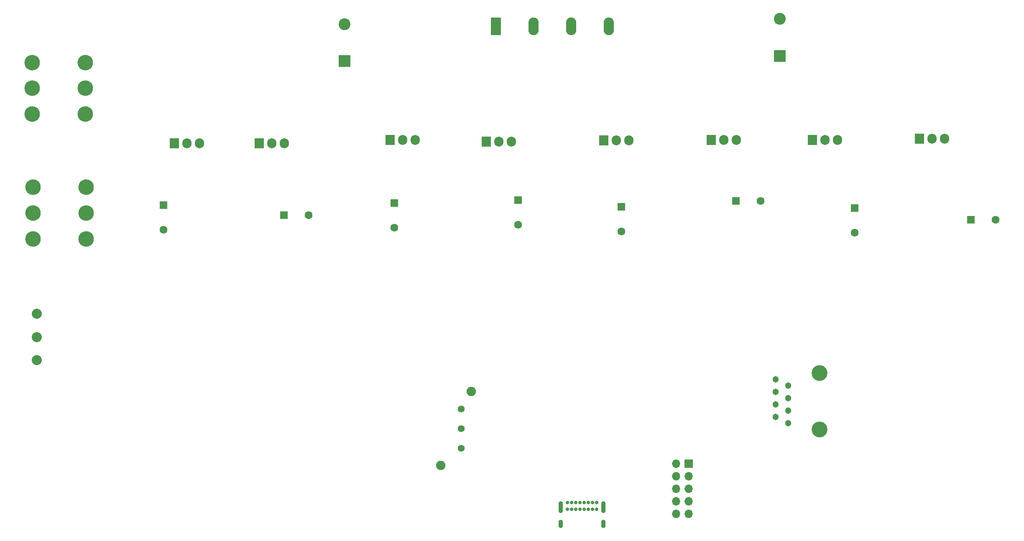
<source format=gbr>
%TF.GenerationSoftware,KiCad,Pcbnew,(6.0.7)*%
%TF.CreationDate,2024-02-27T11:31:56-06:00*%
%TF.ProjectId,StepperMotorController,53746570-7065-4724-9d6f-746f72436f6e,rev?*%
%TF.SameCoordinates,Original*%
%TF.FileFunction,Soldermask,Bot*%
%TF.FilePolarity,Negative*%
%FSLAX46Y46*%
G04 Gerber Fmt 4.6, Leading zero omitted, Abs format (unit mm)*
G04 Created by KiCad (PCBNEW (6.0.7)) date 2024-02-27 11:31:56*
%MOMM*%
%LPD*%
G01*
G04 APERTURE LIST*
G04 Aperture macros list*
%AMRoundRect*
0 Rectangle with rounded corners*
0 $1 Rounding radius*
0 $2 $3 $4 $5 $6 $7 $8 $9 X,Y pos of 4 corners*
0 Add a 4 corners polygon primitive as box body*
4,1,4,$2,$3,$4,$5,$6,$7,$8,$9,$2,$3,0*
0 Add four circle primitives for the rounded corners*
1,1,$1+$1,$2,$3*
1,1,$1+$1,$4,$5*
1,1,$1+$1,$6,$7*
1,1,$1+$1,$8,$9*
0 Add four rect primitives between the rounded corners*
20,1,$1+$1,$2,$3,$4,$5,0*
20,1,$1+$1,$4,$5,$6,$7,0*
20,1,$1+$1,$6,$7,$8,$9,0*
20,1,$1+$1,$8,$9,$2,$3,0*%
G04 Aperture macros list end*
%ADD10R,1.905000X2.000000*%
%ADD11O,1.905000X2.000000*%
%ADD12C,3.149600*%
%ADD13R,2.400000X2.400000*%
%ADD14C,2.400000*%
%ADD15R,1.600000X1.600000*%
%ADD16C,1.600000*%
%ADD17C,1.397000*%
%ADD18C,1.905000*%
%ADD19C,2.032000*%
%ADD20RoundRect,0.250001X-0.799999X-1.549999X0.799999X-1.549999X0.799999X1.549999X-0.799999X1.549999X0*%
%ADD21O,2.100000X3.600000*%
%ADD22C,3.200000*%
%ADD23C,1.303000*%
%ADD24R,1.700000X1.700000*%
%ADD25O,1.700000X1.700000*%
%ADD26C,0.700000*%
%ADD27O,0.900000X2.400000*%
%ADD28O,0.900000X1.700000*%
G04 APERTURE END LIST*
D10*
%TO.C,Q2*%
X221610000Y-158495000D03*
D11*
X224150000Y-158495000D03*
X226690000Y-158495000D03*
%TD*%
D12*
%TO.C,J6*%
X175800000Y-167400000D03*
X175800000Y-172610000D03*
X175800000Y-177820000D03*
X186599999Y-167400000D03*
X186599999Y-172610000D03*
X186599999Y-177820000D03*
%TD*%
D10*
%TO.C,Q4*%
X267610000Y-158095000D03*
D11*
X270150000Y-158095000D03*
X272690000Y-158095000D03*
%TD*%
D13*
%TO.C,C17*%
X238900000Y-141812755D03*
D14*
X238900000Y-134312755D03*
%TD*%
D15*
%TO.C,C16*%
X274000000Y-170000000D03*
D16*
X274000000Y-175000000D03*
%TD*%
D15*
%TO.C,C32*%
X318097349Y-170150000D03*
D16*
X323097349Y-170150000D03*
%TD*%
D17*
%TO.C,SW2*%
X262517200Y-212284950D03*
X262517200Y-216272750D03*
X262517200Y-220260550D03*
D18*
X264523800Y-208779750D03*
X258326200Y-223765750D03*
%TD*%
D19*
%TO.C,SW1*%
X176533400Y-202420101D03*
X176533400Y-197720100D03*
X176533400Y-193020100D03*
%TD*%
D20*
%TO.C,J5*%
X269570000Y-134722500D03*
D21*
X277190000Y-134722500D03*
X284810000Y-134722500D03*
X292430000Y-134722500D03*
%TD*%
D10*
%TO.C,Q7*%
X333610000Y-157795000D03*
D11*
X336150000Y-157795000D03*
X338690000Y-157795000D03*
%TD*%
D10*
%TO.C,Q5*%
X291400000Y-157850000D03*
D11*
X293940000Y-157850000D03*
X296480000Y-157850000D03*
%TD*%
D15*
%TO.C,C11*%
X202200000Y-171000000D03*
D16*
X202200000Y-176000000D03*
%TD*%
D15*
%TO.C,C28*%
X294900000Y-171347349D03*
D16*
X294900000Y-176347349D03*
%TD*%
D22*
%TO.C,J2*%
X335100000Y-216435000D03*
X335100000Y-205005000D03*
D23*
X328750000Y-215165000D03*
X326210000Y-213895000D03*
X328750000Y-212625000D03*
X326210000Y-211355000D03*
X328750000Y-210085000D03*
X326210000Y-208815000D03*
X328750000Y-207545000D03*
X326210000Y-206275000D03*
%TD*%
D13*
%TO.C,C1*%
X327000000Y-140762755D03*
D14*
X327000000Y-133262755D03*
%TD*%
D10*
%TO.C,Q3*%
X248110000Y-157795000D03*
D11*
X250650000Y-157795000D03*
X253190000Y-157795000D03*
%TD*%
D15*
%TO.C,C12*%
X249000000Y-170597349D03*
D16*
X249000000Y-175597349D03*
%TD*%
D10*
%TO.C,Q6*%
X313160000Y-157795000D03*
D11*
X315700000Y-157795000D03*
X318240000Y-157795000D03*
%TD*%
D15*
%TO.C,C29*%
X342150000Y-171597349D03*
D16*
X342150000Y-176597349D03*
%TD*%
D12*
%TO.C,J7*%
X175630501Y-142107500D03*
X175630501Y-147317500D03*
X175630501Y-152527500D03*
X186430500Y-142107500D03*
X186430500Y-147317500D03*
X186430500Y-152527500D03*
%TD*%
D10*
%TO.C,Q8*%
X355300000Y-157550000D03*
D11*
X357840000Y-157550000D03*
X360380000Y-157550000D03*
%TD*%
D15*
%TO.C,C15*%
X226597349Y-173000000D03*
D16*
X231597349Y-173000000D03*
%TD*%
D15*
%TO.C,C33*%
X365747349Y-174000000D03*
D16*
X370747349Y-174000000D03*
%TD*%
D10*
%TO.C,Q1*%
X204400000Y-158500000D03*
D11*
X206940000Y-158500000D03*
X209480000Y-158500000D03*
%TD*%
D24*
%TO.C,J4*%
X308600000Y-223400000D03*
D25*
X306060000Y-223400000D03*
X308600000Y-225940000D03*
X306060000Y-225940000D03*
X308600000Y-228480000D03*
X306060000Y-228480000D03*
X308600000Y-231020000D03*
X306060000Y-231020000D03*
X308600000Y-233560000D03*
X306060000Y-233560000D03*
%TD*%
D26*
%TO.C,J1*%
X289950000Y-231250000D03*
X289100000Y-231250000D03*
X288250000Y-231250000D03*
X287400000Y-231250000D03*
X286550000Y-231250000D03*
X285700000Y-231250000D03*
X284850000Y-231250000D03*
X284000000Y-231250000D03*
X284000000Y-232600000D03*
X284850000Y-232600000D03*
X285700000Y-232600000D03*
X286550000Y-232600000D03*
X287400000Y-232600000D03*
X288250000Y-232600000D03*
X289100000Y-232600000D03*
X289950000Y-232600000D03*
D27*
X282650000Y-232230000D03*
D28*
X291300000Y-235610000D03*
X282650000Y-235610000D03*
D27*
X291300000Y-232230000D03*
%TD*%
M02*

</source>
